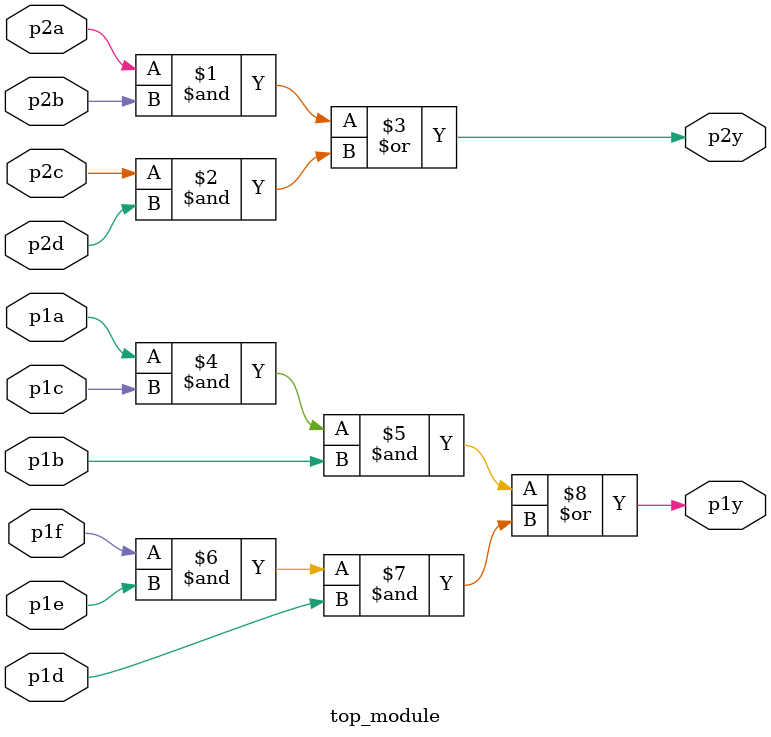
<source format=v>

module top_module ( 
    input p1a, p1b, p1c, p1d, p1e, p1f,
    output p1y,
    input p2a, p2b, p2c, p2d,
    output p2y );
    
    assign p2y = (p2a & p2b) | (p2c & p2d);
    assign p1y = (p1a & p1c & p1b) | (p1f & p1e & p1d);
    


endmodule


</source>
